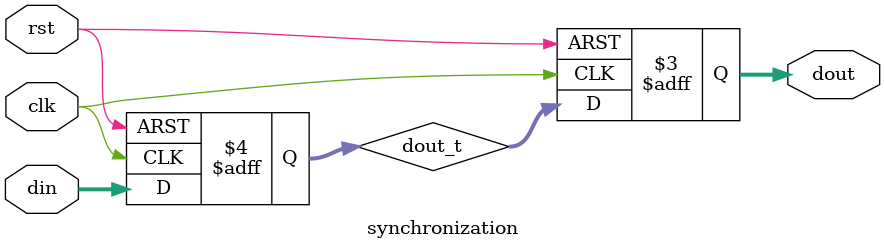
<source format=v>
module synchronization #(
//=======================paramter==========================================
	parameter		FIFO_addr_size		=		2		
	)(
						
	//====================port define=======================================
		input							clk 				,
		input 							rst 				,
		input 		[FIFO_addr_size:0]	din					,
		output	reg	[FIFO_addr_size:0]	dout				
	
);

//====================reg wire ==========================================
	reg 		[FIFO_addr_size:0]	dout_t			;

//always block
always @(posedge clk or negedge rst) begin 
	if(~rst) begin
		 		dout 		<= 		{(FIFO_addr_size){1'b0}}				;
		 		dout_t		<=		{(FIFO_addr_size){1'b0}}				;
	end 		
	else begin		
		 		dout_t		<= 		din			;
		 		dout 		<=		dout_t		;
	end
end

endmodule 

</source>
